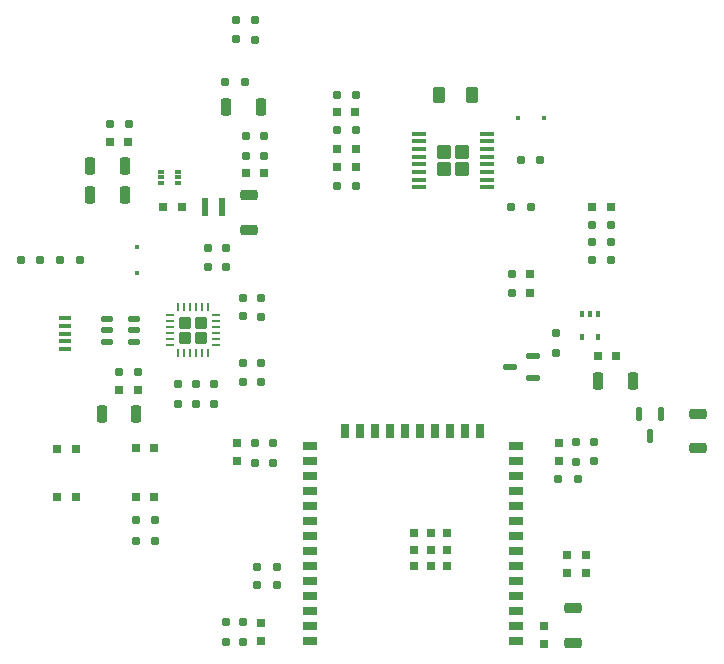
<source format=gtp>
%TF.GenerationSoftware,KiCad,Pcbnew,8.0.1*%
%TF.CreationDate,2024-06-06T10:40:13+02:00*%
%TF.ProjectId,led_strip_stand_lamp,6c65645f-7374-4726-9970-5f7374616e64,rev?*%
%TF.SameCoordinates,Original*%
%TF.FileFunction,Paste,Top*%
%TF.FilePolarity,Positive*%
%FSLAX46Y46*%
G04 Gerber Fmt 4.6, Leading zero omitted, Abs format (unit mm)*
G04 Created by KiCad (PCBNEW 8.0.1) date 2024-06-06 10:40:13*
%MOMM*%
%LPD*%
G01*
G04 APERTURE LIST*
G04 Aperture macros list*
%AMRoundRect*
0 Rectangle with rounded corners*
0 $1 Rounding radius*
0 $2 $3 $4 $5 $6 $7 $8 $9 X,Y pos of 4 corners*
0 Add a 4 corners polygon primitive as box body*
4,1,4,$2,$3,$4,$5,$6,$7,$8,$9,$2,$3,0*
0 Add four circle primitives for the rounded corners*
1,1,$1+$1,$2,$3*
1,1,$1+$1,$4,$5*
1,1,$1+$1,$6,$7*
1,1,$1+$1,$8,$9*
0 Add four rect primitives between the rounded corners*
20,1,$1+$1,$2,$3,$4,$5,0*
20,1,$1+$1,$4,$5,$6,$7,0*
20,1,$1+$1,$6,$7,$8,$9,0*
20,1,$1+$1,$8,$9,$2,$3,0*%
G04 Aperture macros list end*
%ADD10RoundRect,0.180000X0.200000X-0.180000X0.200000X0.180000X-0.200000X0.180000X-0.200000X-0.180000X0*%
%ADD11RoundRect,0.160000X-0.220000X0.160000X-0.220000X-0.160000X0.220000X-0.160000X0.220000X0.160000X0*%
%ADD12R,1.200000X0.720000*%
%ADD13R,0.720000X1.200000*%
%ADD14R,0.720000X0.720000*%
%ADD15RoundRect,0.180000X0.180000X0.200000X-0.180000X0.200000X-0.180000X-0.200000X0.180000X-0.200000X0*%
%ADD16RoundRect,0.160000X0.160000X0.220000X-0.160000X0.220000X-0.160000X-0.220000X0.160000X-0.220000X0*%
%ADD17RoundRect,0.200000X-0.520000X0.260000X-0.520000X-0.260000X0.520000X-0.260000X0.520000X0.260000X0*%
%ADD18RoundRect,0.175000X0.205000X-0.175000X0.205000X0.175000X-0.205000X0.175000X-0.205000X-0.175000X0*%
%ADD19RoundRect,0.200000X0.260000X0.520000X-0.260000X0.520000X-0.260000X-0.520000X0.260000X-0.520000X0*%
%ADD20RoundRect,0.175000X-0.175000X-0.205000X0.175000X-0.205000X0.175000X0.205000X-0.175000X0.205000X0*%
%ADD21RoundRect,0.200000X-0.300000X-0.500000X0.300000X-0.500000X0.300000X0.500000X-0.300000X0.500000X0*%
%ADD22RoundRect,0.160000X-0.160000X-0.220000X0.160000X-0.220000X0.160000X0.220000X-0.160000X0.220000X0*%
%ADD23RoundRect,0.180000X-0.180000X-0.200000X0.180000X-0.200000X0.180000X0.200000X-0.180000X0.200000X0*%
%ADD24RoundRect,0.250001X-0.354999X-0.354999X0.354999X-0.354999X0.354999X0.354999X-0.354999X0.354999X0*%
%ADD25RoundRect,0.080000X-0.540000X-0.080000X0.540000X-0.080000X0.540000X0.080000X-0.540000X0.080000X0*%
%ADD26R,0.800000X0.720000*%
%ADD27RoundRect,0.080000X-0.080000X0.180000X-0.080000X-0.180000X0.080000X-0.180000X0.080000X0.180000X0*%
%ADD28RoundRect,0.068000X-0.212000X-0.068000X0.212000X-0.068000X0.212000X0.068000X-0.212000X0.068000X0*%
%ADD29RoundRect,0.160000X0.220000X-0.160000X0.220000X0.160000X-0.220000X0.160000X-0.220000X-0.160000X0*%
%ADD30RoundRect,0.180000X-0.200000X0.180000X-0.200000X-0.180000X0.200000X-0.180000X0.200000X0.180000X0*%
%ADD31RoundRect,0.100000X0.100000X0.100000X-0.100000X0.100000X-0.100000X-0.100000X0.100000X-0.100000X0*%
%ADD32RoundRect,0.200000X-0.260000X-0.520000X0.260000X-0.520000X0.260000X0.520000X-0.260000X0.520000X0*%
%ADD33R,0.560000X1.600000*%
%ADD34RoundRect,0.100000X-0.100000X0.100000X-0.100000X-0.100000X0.100000X-0.100000X0.100000X0.100000X0*%
%ADD35RoundRect,0.120000X0.470000X0.120000X-0.470000X0.120000X-0.470000X-0.120000X0.470000X-0.120000X0*%
%ADD36RoundRect,0.120000X-0.120000X0.470000X-0.120000X-0.470000X0.120000X-0.470000X0.120000X0.470000X0*%
%ADD37RoundRect,0.250000X-0.275000X-0.275000X0.275000X-0.275000X0.275000X0.275000X-0.275000X0.275000X0*%
%ADD38RoundRect,0.050000X-0.280000X-0.050000X0.280000X-0.050000X0.280000X0.050000X-0.280000X0.050000X0*%
%ADD39RoundRect,0.050000X-0.050000X-0.280000X0.050000X-0.280000X0.050000X0.280000X-0.050000X0.280000X0*%
%ADD40RoundRect,0.120000X-0.410000X-0.120000X0.410000X-0.120000X0.410000X0.120000X-0.410000X0.120000X0*%
%ADD41R,1.040000X0.360000*%
G04 APERTURE END LIST*
D10*
%TO.C,C18*%
X10277011Y3734149D03*
X10277011Y5284149D03*
%TD*%
D11*
%TO.C,R31*%
X14199408Y-8906209D03*
X14199408Y-10556209D03*
%TD*%
D12*
%TO.C,U1*%
X9120000Y-25760000D03*
X9120000Y-24490000D03*
X9120000Y-23220000D03*
X9120000Y-21950000D03*
X9120000Y-20680000D03*
X9120000Y-19410000D03*
X9120000Y-18140000D03*
X9120000Y-16870000D03*
X9120000Y-15600000D03*
X9120000Y-14330000D03*
X9120000Y-13060000D03*
X9120000Y-11790000D03*
X9120000Y-10520000D03*
X9120000Y-9250000D03*
D13*
X6080000Y-8000000D03*
X4810000Y-8000000D03*
X3540000Y-8000000D03*
X2270000Y-8000000D03*
X1000000Y-8000000D03*
X-270000Y-8000000D03*
X-1540000Y-8000000D03*
X-2810000Y-8000000D03*
X-4080000Y-8000000D03*
X-5350000Y-8000000D03*
D12*
X-8380000Y-9250000D03*
X-8380000Y-10520000D03*
X-8380000Y-11790000D03*
X-8380000Y-13060000D03*
X-8380000Y-14330000D03*
X-8380000Y-15600000D03*
X-8380000Y-16870000D03*
X-8380000Y-18140000D03*
X-8380000Y-19410000D03*
X-8380000Y-20680000D03*
X-8380000Y-21950000D03*
X-8380000Y-23220000D03*
X-8380000Y-24490000D03*
X-8380000Y-25760000D03*
D14*
X3270000Y-19440000D03*
X3270000Y-18040000D03*
X3270000Y-16640000D03*
X1870000Y-19440000D03*
X1870000Y-18040000D03*
X1870000Y-16640000D03*
X470000Y-19440000D03*
X470000Y-18040000D03*
X470000Y-16640000D03*
%TD*%
D11*
%TO.C,R2*%
X-14000000Y-24175000D03*
X-14000000Y-25825000D03*
%TD*%
D15*
%TO.C,C7*%
X-23725000Y16500000D03*
X-25275000Y16500000D03*
%TD*%
D16*
%TO.C,R20*%
X-4442292Y12794371D03*
X-6092292Y12794371D03*
%TD*%
D17*
%TO.C,C24*%
X24500000Y-6500000D03*
X24500000Y-9450000D03*
%TD*%
D15*
%TO.C,C6*%
X-22950000Y-4500000D03*
X-24500000Y-4500000D03*
%TD*%
D18*
%TO.C,D6*%
X-14578652Y25245734D03*
X-14578652Y26820734D03*
%TD*%
D19*
%TO.C,C9*%
X-24000000Y12000000D03*
X-26950000Y12000000D03*
%TD*%
D11*
%TO.C,R4*%
X-11500000Y-9000000D03*
X-11500000Y-10650000D03*
%TD*%
D20*
%TO.C,D3*%
X-32787500Y6500000D03*
X-31212500Y6500000D03*
%TD*%
D21*
%TO.C,F1*%
X2600000Y20500000D03*
X5400000Y20500000D03*
%TD*%
D15*
%TO.C,C15*%
X-4487615Y14348043D03*
X-6037615Y14348043D03*
%TD*%
D22*
%TO.C,R25*%
X15500000Y9500000D03*
X17150000Y9500000D03*
%TD*%
D23*
%TO.C,C13*%
X-20775000Y11000000D03*
X-19225000Y11000000D03*
%TD*%
D10*
%TO.C,C3*%
X-12500000Y-25775000D03*
X-12500000Y-24225000D03*
%TD*%
D24*
%TO.C,U6*%
X3000000Y15675845D03*
X3000000Y14175845D03*
X4500000Y15675845D03*
X4500000Y14175845D03*
D25*
X875000Y17200845D03*
X875000Y16550845D03*
X875000Y15900845D03*
X875000Y15250845D03*
X875000Y14600845D03*
X875000Y13950845D03*
X875000Y13300845D03*
X875000Y12650845D03*
X6625000Y12650845D03*
X6625000Y13300845D03*
X6625000Y13950845D03*
X6625000Y14600845D03*
X6625000Y15250845D03*
X6625000Y15900845D03*
X6625000Y16550845D03*
X6625000Y17200845D03*
%TD*%
D11*
%TO.C,R8*%
X-12500000Y3325000D03*
X-12500000Y1675000D03*
%TD*%
D23*
%TO.C,C19*%
X15550000Y11000000D03*
X17100000Y11000000D03*
%TD*%
D20*
%TO.C,FB1*%
X-24500000Y-3000000D03*
X-22925000Y-3000000D03*
%TD*%
D26*
%TO.C,SW1*%
X-28200000Y-9459226D03*
X-28200000Y-13559226D03*
X-29800000Y-9459226D03*
X-29800000Y-13559226D03*
%TD*%
D16*
%TO.C,R26*%
X17150000Y8000000D03*
X15500000Y8000000D03*
%TD*%
D10*
%TO.C,C23*%
X12699408Y-10506209D03*
X12699408Y-8956209D03*
%TD*%
D23*
%TO.C,C22*%
X13450000Y-18500000D03*
X15000000Y-18500000D03*
%TD*%
D27*
%TO.C,U5*%
X16000000Y1900000D03*
X15350000Y1900000D03*
X14700000Y1900000D03*
X14700000Y0D03*
X16000000Y0D03*
%TD*%
D28*
%TO.C,U4*%
X-21000000Y14000000D03*
X-21000000Y13500000D03*
X-21000000Y13000000D03*
X-19500000Y13000000D03*
X-19500000Y13500000D03*
X-19500000Y14000000D03*
%TD*%
D15*
%TO.C,C17*%
X-4487615Y15910077D03*
X-6037615Y15910077D03*
%TD*%
D29*
%TO.C,R28*%
X-13000000Y25175000D03*
X-13000000Y26825000D03*
%TD*%
D22*
%TO.C,R17*%
X12675000Y-12000000D03*
X14325000Y-12000000D03*
%TD*%
D16*
%TO.C,R27*%
X17150000Y6500000D03*
X15500000Y6500000D03*
%TD*%
D19*
%TO.C,C8*%
X-24000000Y14500000D03*
X-26950000Y14500000D03*
%TD*%
D22*
%TO.C,R14*%
X-15525140Y21576473D03*
X-13875140Y21576473D03*
%TD*%
D23*
%TO.C,C14*%
X16005642Y-1656574D03*
X17555642Y-1656574D03*
%TD*%
D30*
%TO.C,C2*%
X11500000Y-24446565D03*
X11500000Y-25996565D03*
%TD*%
D29*
%TO.C,R1*%
X-15500000Y-25825000D03*
X-15500000Y-24175000D03*
%TD*%
%TO.C,R12*%
X-15500000Y5881794D03*
X-15500000Y7531794D03*
%TD*%
D16*
%TO.C,R13*%
X-23675000Y18000000D03*
X-25325000Y18000000D03*
%TD*%
%TO.C,R10*%
X-27850000Y6500000D03*
X-29500000Y6500000D03*
%TD*%
D22*
%TO.C,R22*%
X9500000Y15000000D03*
X11150000Y15000000D03*
%TD*%
D29*
%TO.C,R15*%
X-12250000Y15350000D03*
X-12250000Y17000000D03*
%TD*%
D16*
%TO.C,R29*%
X-11175000Y-21000000D03*
X-12825000Y-21000000D03*
%TD*%
D23*
%TO.C,C20*%
X13450000Y-20000000D03*
X15000000Y-20000000D03*
%TD*%
D31*
%TO.C,D5*%
X11500000Y18500000D03*
X9300000Y18500000D03*
%TD*%
D32*
%TO.C,C10*%
X-15475000Y19500000D03*
X-12525000Y19500000D03*
%TD*%
D17*
%TO.C,C1*%
X13918017Y-22948930D03*
X13918017Y-25898930D03*
%TD*%
D11*
%TO.C,R7*%
X-18000000Y-4000000D03*
X-18000000Y-5650000D03*
%TD*%
D30*
%TO.C,C4*%
X-14500000Y-9000000D03*
X-14500000Y-10550000D03*
%TD*%
D17*
%TO.C,C11*%
X-13500000Y12000000D03*
X-13500000Y9050000D03*
%TD*%
D15*
%TO.C,C12*%
X-12229024Y13904443D03*
X-13779024Y13904443D03*
%TD*%
D33*
%TO.C,L1*%
X-17225000Y11000000D03*
X-15775000Y11000000D03*
%TD*%
D26*
%TO.C,SW2*%
X-23122767Y-13550000D03*
X-23122767Y-9450000D03*
X-21522767Y-13550000D03*
X-21522767Y-9450000D03*
%TD*%
D11*
%TO.C,R21*%
X8777011Y5334149D03*
X8777011Y3684149D03*
%TD*%
D18*
%TO.C,D1*%
X-14000000Y1728054D03*
X-14000000Y3303054D03*
%TD*%
D22*
%TO.C,R23*%
X8675000Y11000000D03*
X10325000Y11000000D03*
%TD*%
D29*
%TO.C,R3*%
X-13000000Y-10650000D03*
X-13000000Y-9000000D03*
%TD*%
%TO.C,R32*%
X15732643Y-10547314D03*
X15732643Y-8897314D03*
%TD*%
D34*
%TO.C,D4*%
X-23000000Y7600000D03*
X-23000000Y5400000D03*
%TD*%
D18*
%TO.C,D2*%
X-14000000Y-3787500D03*
X-14000000Y-2212500D03*
%TD*%
D23*
%TO.C,C16*%
X-6050000Y19000000D03*
X-4500000Y19000000D03*
%TD*%
D35*
%TO.C,Q1*%
X10500000Y-3500000D03*
X10500000Y-1600000D03*
X8625000Y-2550000D03*
%TD*%
D36*
%TO.C,U7*%
X21400000Y-6500000D03*
X19500000Y-6500000D03*
X20450000Y-8375000D03*
%TD*%
D11*
%TO.C,R24*%
X12500000Y325000D03*
X12500000Y-1325000D03*
%TD*%
D20*
%TO.C,D7*%
X-23075000Y-15500000D03*
X-21500000Y-15500000D03*
%TD*%
D11*
%TO.C,R9*%
X-12500000Y-2175000D03*
X-12500000Y-3825000D03*
%TD*%
D29*
%TO.C,R5*%
X-16485817Y-5657236D03*
X-16485817Y-4007236D03*
%TD*%
D19*
%TO.C,C5*%
X-23050000Y-6500000D03*
X-26000000Y-6500000D03*
%TD*%
D29*
%TO.C,R6*%
X-19500000Y-5650000D03*
X-19500000Y-4000000D03*
%TD*%
D37*
%TO.C,U2*%
X-18900000Y1212500D03*
X-18900000Y-87500D03*
X-17600000Y1212500D03*
X-17600000Y-87500D03*
D38*
X-20187500Y1812500D03*
X-20187500Y1312500D03*
X-20187500Y812500D03*
X-20187500Y312500D03*
X-20187500Y-187500D03*
X-20187500Y-687500D03*
D39*
X-19500000Y-1375000D03*
X-19000000Y-1375000D03*
X-18500000Y-1375000D03*
X-18000000Y-1375000D03*
X-17500000Y-1375000D03*
X-17000000Y-1375000D03*
D38*
X-16312500Y-687500D03*
X-16312500Y-187500D03*
X-16312500Y312500D03*
X-16312500Y812500D03*
X-16312500Y1312500D03*
X-16312500Y1812500D03*
D39*
X-17000000Y2500000D03*
X-17500000Y2500000D03*
X-18000000Y2500000D03*
X-18500000Y2500000D03*
X-19000000Y2500000D03*
X-19500000Y2500000D03*
%TD*%
D29*
%TO.C,R11*%
X-17028169Y5887110D03*
X-17028169Y7537110D03*
%TD*%
D11*
%TO.C,R16*%
X-13750000Y17000000D03*
X-13750000Y15350000D03*
%TD*%
D20*
%TO.C,D8*%
X-23075534Y-17273263D03*
X-21500534Y-17273263D03*
%TD*%
D16*
%TO.C,R19*%
X-4445038Y17482519D03*
X-6095038Y17482519D03*
%TD*%
D32*
%TO.C,C25*%
X16014651Y-3772521D03*
X18964651Y-3772521D03*
%TD*%
D16*
%TO.C,R30*%
X-11175000Y-19500000D03*
X-12825000Y-19500000D03*
%TD*%
D40*
%TO.C,U3*%
X-25500000Y1500000D03*
X-25500000Y550000D03*
X-25500000Y-400000D03*
X-23225000Y-400000D03*
X-23225000Y550000D03*
X-23225000Y1500000D03*
%TD*%
D22*
%TO.C,R18*%
X-6100000Y20500000D03*
X-4450000Y20500000D03*
%TD*%
D41*
%TO.C,J1*%
X-29100000Y1562034D03*
X-29100000Y912034D03*
X-29100000Y262034D03*
X-29100000Y-387966D03*
X-29100000Y-1037966D03*
%TD*%
M02*

</source>
